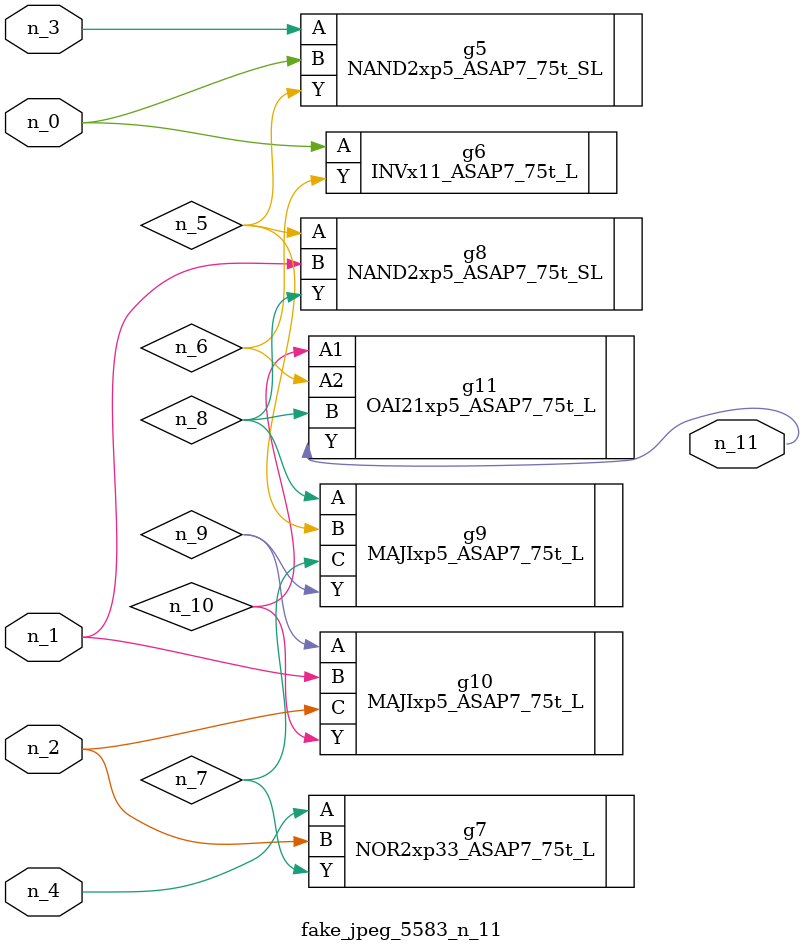
<source format=v>
module fake_jpeg_5583_n_11 (n_3, n_2, n_1, n_0, n_4, n_11);

input n_3;
input n_2;
input n_1;
input n_0;
input n_4;

output n_11;

wire n_10;
wire n_8;
wire n_9;
wire n_6;
wire n_5;
wire n_7;

NAND2xp5_ASAP7_75t_SL g5 ( 
.A(n_3),
.B(n_0),
.Y(n_5)
);

INVx11_ASAP7_75t_L g6 ( 
.A(n_0),
.Y(n_6)
);

NOR2xp33_ASAP7_75t_L g7 ( 
.A(n_4),
.B(n_2),
.Y(n_7)
);

NAND2xp5_ASAP7_75t_SL g8 ( 
.A(n_5),
.B(n_1),
.Y(n_8)
);

MAJIxp5_ASAP7_75t_L g9 ( 
.A(n_8),
.B(n_5),
.C(n_7),
.Y(n_9)
);

MAJIxp5_ASAP7_75t_L g10 ( 
.A(n_9),
.B(n_1),
.C(n_2),
.Y(n_10)
);

OAI21xp5_ASAP7_75t_L g11 ( 
.A1(n_10),
.A2(n_6),
.B(n_8),
.Y(n_11)
);


endmodule
</source>
